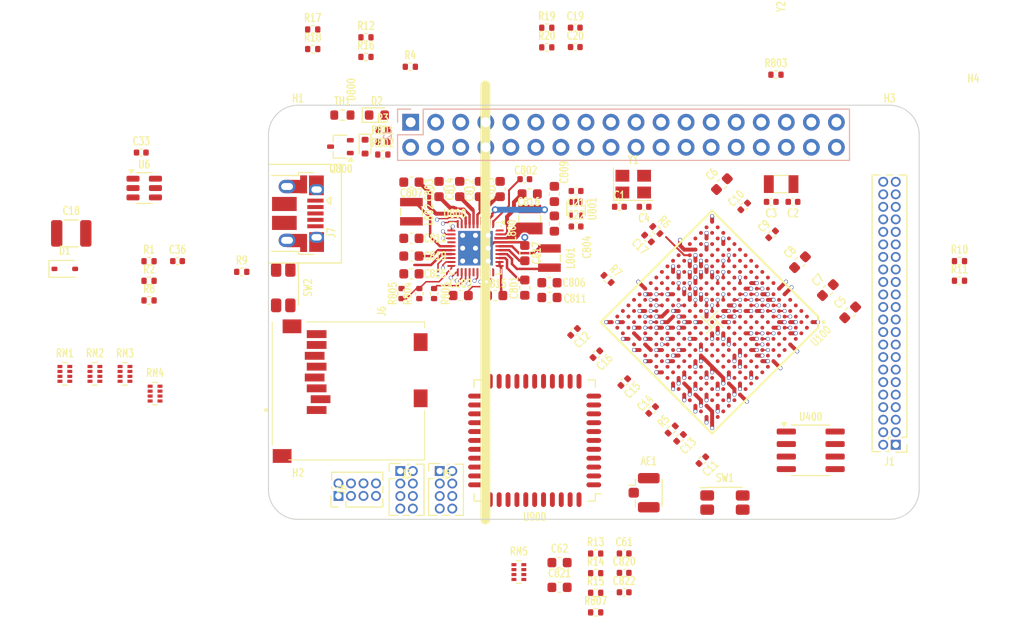
<source format=kicad_pcb>
(kicad_pcb (version 20241229) (generator "pcbnew") (generator_version "9.0")
  (layers (0 "F.Cu" signal) (4 "In1.Cu" power) (6 "In2.Cu" power) (2 "B.Cu" signal) (13 "F.Paste" user) (15 "B.Paste" user) (5 "F.SilkS" user "F.Silkscreen") (7 "B.SilkS" user "B.Silkscreen") (1 "F.Mask" user) (3 "B.Mask" user) (25 "Edge.Cuts" user))
  (net 0 "")
  (net 143 "/PMIC/sw1")
  (net 148 "GND")
  (net 149 "VDD_DDR_1V2")
  (net 150 "/cpu/hse_in")
  (net 151 "/cpu/lse_in")
  (net 152 "/cpu/lse_out")
  (net 153 "/cpu/hse_out")
  (net 154 "USB0-D+")
  (net 155 "USB0-D-")
  (net 156 "USB1-D+")
  (net 157 "USB1-D-")
  (net 158 "SHDN")
  (net 159 "WKUP")
  (net 160 "~{RST}")
  (net 163 "LCD-VSYNC")
  (net 164 "LCD-D22")
  (net 165 "MCI0-D0")
  (net 166 "LCD-DE")
  (net 167 "SPI0-CS0")
  (net 168 "SPI0-MISO")
  (net 169 "MCI0-D2")
  (net 170 "SPI0-MOSI")
  (net 171 "LCD-CLK")
  (net 172 "MCI0-VSEL")
  (net 173 "SPI0-CLK")
  (net 174 "MCI0-DET")
  (net 175 "LCD-HSYNC")
  (net 176 "MCI0-DC")
  (net 177 "LCD-PWM")
  (net 178 "MCI0-D3")
  (net 179 "LCD-D23")
  (net 180 "MCI0-CK")
  (net 181 "MCI0-D1")
  (net 182 "LCD-D21")
  (net 183 "MCI1-D2")
  (net 184 "MCI1-DC")
  (net 185 "MCI1-D0")
  (net 186 "MCI1-D1")
  (net 187 "MCI1-D3")
  (net 188 "MCI1-DET")
  (net 189 "MCI1-CK")
  (net 190 "VDD_3V3")
  (net 191 "Net-(U100F-ZQ)")
  (net 192 "VDD_CORE")
  (net 196 "RMII-TXEN")
  (net 197 "RMII-TX0")
  (net 198 "unconnected-(U100B-PB31-PadJ4)")
  (net 199 "RMII-MDIO")
  (net 200 "RMII-RXER")
  (net 201 "RMII-MDC")
  (net 203 "RMII-RXDV")
  (net 204 "unconnected-(U100B-PB13-PadC4)")
  (net 205 "unconnected-(U100B-PB29-PadJ3)")
  (net 207 "RMII-TXCK")
  (net 209 "RMII-RX1")
  (net 210 "RMII-RX0")
  (net 211 "RMII-TX1")
  (net 212 "LCD-D6")
  (net 214 "LCD-D15")
  (net 215 "LCD-D4")
  (net 216 "CAN0-TX")
  (net 217 "LCD-D11")
  (net 218 "LCD-D10")
  (net 219 "LCD-D12")
  (net 220 "unconnected-(U100C-PC8-PadP11)")
  (net 221 "LCD-D7")
  (net 222 "LCD-D2")
  (net 223 "LCD-D14")
  (net 225 "LCD-D20")
  (net 226 "LCD-D18")
  (net 227 "unconnected-(U100C-PC6-PadR15)")
  (net 228 "LCD-D19")
  (net 229 "unconnected-(U100C-PC3-PadT13)")
  (net 230 "LCD-D3")
  (net 231 "LCD-D5")
  (net 232 "CAN0-RX")
  (net 233 "unconnected-(U100C-PC0-PadT14)")
  (net 234 "LCD-D13")
  (net 235 "Net-(U100E-VBG)")
  (net 236 "/PMIC/sw2")
  (net 237 "Net-(U100F-VDDFUSE)")
  (net 238 "VIN")
  (net 239 "VDD_DRAM")
  (net 240 "IPS")
  (net 241 "/PMIC/ac_det")
  (net 242 "PMIC-IRQ")
  (net 243 "PON")
  (net 244 "~{PMIC_RST}")
  (net 245 "Net-(U800-REFBP)")
  (net 246 "/PMIC/sw3")
  (net 247 "Net-(U800-LBI)")
  (net 248 "Net-(U800-ISET)")
  (net 249 "unconnected-(U800-PWRHLD-Pad10)")
  (net 250 "+3V3")
  (net 251 "RSB-SDA")
  (net 253 "TOUCH-XL")
  (net 254 "TOUCH-XR")
  (net 255 "TOUCH-YU")
  (net 257 "+3V3_LDO")
  (net 258 "RSB-SCK")
  (net 259 "LCD_RESET")
  (net 262 "TOUCH-YD")
  (net 264 "LCD_BL")
  (net 266 "BAT_NTC")
  (net 267 "GPIO3")
  (net 268 "I2C-SCL")
  (net 269 "UART0-RX")
  (net 271 "SPI1-CLK")
  (net 272 "GPIO2")
  (net 273 "SPI1-MISO")
  (net 274 "GPIOA4")
  (net 275 "GPIOA1")
  (net 277 "GPIO1")
  (net 278 "SPI1-MOSI")
  (net 280 "GPIO4")
  (net 281 "UART0-TX")
  (net 282 "GPIOA2")
  (net 283 "UART1-RX")
  (net 284 "UART1-TX")
  (net 285 "I2C-SDA")
  (net 286 "GPIOA5")
  (net 287 "SPI-CS")
  (net 288 "UART2-TX")
  (net 289 "VBAT")
  (net 290 "BAT_GND")
  (net 291 "ACIN")
  (net 292 "UART2-RX")
  (net 293 "GPIOA3")
  (net 294 "RGMII-RX2")
  (net 295 "RGMII-RX3")
  (net 296 "RGMII-TX2")
  (net 297 "RGMII-TX3")
  (net 299 "USB2-D-")
  (net 300 "USB2-D+")
  (net 304 "LED_RED")
  (net 305 "Net-(D4-RK)")
  (net 306 "Net-(D4-GK)")
  (net 307 "Net-(J6-DAT2)")
  (net 308 "Net-(J6-DET_A)")
  (net 309 "Net-(J6-CLK)")
  (net 310 "Net-(J6-DAT1)")
  (net 311 "Net-(J6-DAT3{slash}CD)")
  (net 312 "Net-(J6-CMD)")
  (net 313 "Net-(J6-DAT0)")
  (net 314 "VBUS")
  (net 322 "Net-(D2-K)")
  (net 323 "PMIC-BTN")
  (net 324 "SPI-CLK")
  (net 326 "VDD-IO")
  (net 327 "SPI-MISO")
  (net 329 "SF-CS")
  (net 330 "SPI-MOSI")
  (net 331 "/IO/usb-a-")
  (net 332 "/IO/usb-a+")
  (net 333 "Net-(AE1-A)")
  (net 334 "SDC1-D2")
  (net 335 "WL_REG_ON")
  (net 336 "BT_DISABLE")
  (net 337 "SDC1-CLK")
  (net 338 "SDC1-D1")
  (net 339 "SDC1-D0")
  (net 340 "SDC1-D3")
  (net 341 "SDC1-CMD")
  (net 342 "WL_HOST_WAKE")
  (net 343 "AP_WAKE_BT")
  (net 344 "BT_WAKE_AP")
  (net 345 "LED_GREEN")
  (net 346 "LED_BLUE")
  (net 347 "Net-(D4-BK)")
  (net 348 "Net-(U800-~{STAT})")
  (net 350 "Net-(SW2-A)")
  (net 353 "PMIC-CHGLEV")
  (net 355 "PMC_AUX_PWR")
  (net 358 "PMIC-LBO")
  (net 359 "Net-(D1-K)")
  (net 360 "VDD_AUX2")
  (net 361 "VDD_AUX1")
  (net 362 "VDD_ANA")
  (net 363 "VDD_FUSE")
  (net 364 "Net-(C19-Pad1)")
  (net 365 "/PMIC/ddr_vref")
  (net 366 "Net-(U900-SDIO_CLK)")
  (footprint "Capacitor_SMD:C_0402_1005Metric" (layer "F.Cu") (at 151.081118 71.090455 45)
    (property "Reference" "C9")
    (property "Value" "220nF")
  )
  (footprint "Capacitor_SMD:C_0603_1608Metric" (layer "F.Cu") (at 126.5 67)
    (property "Reference" "C816")
    (property "Value" "4.7uF")
  )
  (footprint "Resistor_SMD:R_0402_1005Metric" (layer "F.Cu") (at 111.6 63)
    (property "Reference" "R802")
    (property "Value" "47k")
  )
  (footprint "Capacitor_SMD:C_0402_1005Metric" (layer "F.Cu") (at 90.78 73.81)
    (property "Reference" "C36")
    (property "Value" "1uF")
  )
  (footprint "Resistor_SMD:R_Array_Concave_4x0402" (layer "F.Cu") (at 79.35 85.25)
    (property "Reference" "RN1")
    (property "Value" "27")
  )
  (footprint "Capacitor_SMD:C_0603_1608Metric" (layer "F.Cu") (at 129 67 90)
    (property "Reference" "C809")
    (property "Value" "10uF")
  )
  (footprint "Capacitor_SMD:C_0402_1005Metric" (layer "F.Cu") (at 133.262027 83.252691 -135)
    (property "Reference" "C16")
    (property "Value" "220nF")
  )
  (footprint "Capacitor_SMD:C_0603_1608Metric" (layer "F.Cu") (at 117.3 66.5 90)
    (property "Reference" "C803")
    (property "Value" "4.7uF")
  )
  (footprint "Capacitor_SMD:C_0603_1608Metric" (layer "F.Cu") (at 129.525 104.39)
    (property "Reference" "C62")
    (property "Value" "4.7uF")
  )
  (footprint "Capacitor_SMD:C_0402_1005Metric" (layer "F.Cu") (at 87.1 62.8)
    (property "Reference" "C33")
    (property "Value" "100nF")
  )
  (footprint "Capacitor_SMD:C_0402_1005Metric" (layer "F.Cu") (at 136.08 107.4)
    (property "Reference" "C822")
    (property "Value" "100nF")
  )
  (footprint "Connector_PinHeader_1.27mm:PinHeader_2x04_P1.27mm_Vertical" (layer "F.Cu") (at 117.375 95.1)
    (property "Reference" "J5")
    (property "Value" "Conn_01x08")
  )
  (footprint "Resistor_SMD:R_Array_Concave_4x0402" (layer "F.Cu") (at 82.4 85.25)
    (property "Reference" "RN2")
    (property "Value" "27")
  )
  (footprint "MountingHole:MountingHole_2.7mm_M2.5" (layer "F.Cu") (at 171.5 57)
    (property "Reference" "H4")
    (property "Value" "MountingHole")
  )
  (footprint "Capacitor_SMD:C_0402_1005Metric" (layer "F.Cu") (at 153.2 67.8 180)
    (property "Reference" "C2")
    (property "Value" "12pF")
  )
  (footprint "Resistor_SMD:R_0402_1005Metric" (layer "F.Cu") (at 87.89 73.82)
    (property "Reference" "R1")
    (property "Value" "180")
  )
  (footprint "Capacitor_SMD:C_0603_1608Metric" (layer "F.Cu") (at 129 70 -90)
    (property "Reference" "C804")
    (property "Value" "10uF")
  )
  (footprint "Resistor_SMD:R_0402_1005Metric" (layer "F.Cu") (at 133.19 105.46)
    (property "Reference" "R14")
    (property "Value" "33k")
  )
  (footprint "Resistor_SMD:R_0402_1005Metric" (layer "F.Cu") (at 111.6 60.5)
    (property "Reference" "R3")
    (property "Value" "2.2k")
  )
  (footprint "Resistor_SMD:R_0402_1005Metric" (layer "F.Cu") (at 139.343146 70.66619 -45)
    (property "Reference" "R6")
    (property "Value" "5.62k")
  )
  (footprint "Inductor_SMD:L_Wuerth_MAPI-2510" (layer "F.Cu") (at 126.5 69.5 90)
    (property "Reference" "L800")
    (property "Value" "2.2uH")
  )
  (footprint "LED_SMD:LED_0603_1608Metric" (layer "F.Cu") (at 111 59)
    (property "Reference" "D2")
    (property "Value" "LED_Small")
  )
  (footprint "Package_SO:SOIC-8_3.9x4.9mm_P1.27mm" (layer "F.Cu") (at 155 93)
    (property "Reference" "U400")
    (property "Value" "AT25xxx")
  )
  (footprint "Resistor_SMD:R_0402_1005Metric" (layer "F.Cu") (at 133.19 109.44)
    (property "Reference" "R807")
    (property "Value" "24")
  )
  (footprint "Capacitor_SMD:C_0603_1608Metric" (layer "F.Cu") (at 126 76.5 -90)
    (property "Reference" "C801")
    (property "Value" "4.7uF")
  )
  (footprint "Resistor_SMD:R_0603_1608Metric" (layer "F.Cu") (at 107.5 59)
    (property "Reference" "TH1")
    (property "Value" "Thermistor_NTC")
  )
  (footprint "Inductor_SMD:L_Wuerth_MAPI-2510" (layer "F.Cu") (at 128.5 73.5 -90)
    (property "Reference" "L801")
    (property "Value" "2.2uH")
  )
  (footprint "Package_TO_SOT_SMD:SOT-553" (layer "F.Cu") (at 131.2 68.5 -90)
    (property "Reference" "U801")
    (property "Value" "TCR2EE12")
  )
  (footprint "Capacitor_SMD:C_0402_1005Metric" (layer "F.Cu") (at 130.999286 80.989949 -135)
    (property "Reference" "C12")
    (property "Value" "220nF")
  )
  (footprint "Package_TO_SOT_SMD:SOT-23-6" (layer "F.Cu") (at 87.4 66.4)
    (property "Reference" "U6")
    (property "Value" "USBLC6-2P6")
  )
  (footprint "Capacitor_SMD:C_0603_1608Metric" (layer "F.Cu") (at 156.737973 76.747309 45)
    (property "Reference" "C7")
    (property "Value" "10uF")
  )
  (footprint "MountingHole:MountingHole_2.7mm_M2.5" (layer "F.Cu") (at 103 61)
    (property "Reference" "H1")
    (property "Value" "MountingHole")
  )
  (footprint "Connector_PinHeader_1.27mm:PinHeader_2x22_P1.27mm_Vertical" (layer "F.Cu") (at 163.625 92.435408 180)
    (property "Reference" "J1")
    (property "Value" "Conn_02x22_Odd_Even")
  )
  (footprint "Capacitor_SMD:C_0402_1005Metric" (layer "F.Cu") (at 151 67.8 180)
    (property "Reference" "C3")
    (property "Value" "12pF")
  )
  (footprint "Capacitor_SMD:C_0603_1608Metric" (layer "F.Cu") (at 114.5 65.8 180)
    (property "Reference" "C807")
    (property "Value" "4.7uF")
  )
  (footprint "Resistor_SMD:R_0402_1005Metric" (layer "F.Cu") (at 133.19 107.45)
    (property "Reference" "R15")
    (property "Value" "33k")
  )
  (footprint "Capacitor_SMD:C_0603_1608Metric" (layer "F.Cu") (at 123 77.3 180)
    (property "Reference" "C815")
    (property "Value" "4.7uF")
  )
  (footprint "Capacitor_SMD:C_1210_3225Metric" (layer "F.Cu") (at 80 71)
    (property "Reference" "C18")
    (property "Value" "CPH3225")
  )
  (footprint "Resistor_SMD:R_0402_1005Metric" (layer "F.Cu") (at 114.39 54.1)
    (property "Reference" "R4")
    (property "Value" "47k")
  )
  (footprint "Resistor_SMD:R_0402_1005Metric" (layer "F.Cu") (at 151.475 54.905)
    (property "Reference" "R803")
    (property "Value" "47k")
  )
  (footprint "Connector_PinHeader_1.27mm:PinHeader_2x04_P1.27mm_Vertical" (layer "F.Cu") (at 113.375 95.1)
    (property "Reference" "J3")
    (property "Value" "Conn_01x08")
  )
  (footprint "Capacitor_SMD:C_0603_1608Metric" (layer "F.Cu") (at 126 73 90)
    (property "Reference" "C817")
    (property "Value" "4.7uF")
  )
  (footprint "Capacitor_SMD:C_0402_1005Metric" (layer "F.Cu") (at 138.918882 88.909545 -135)
    (property "Reference" "C14")
    (property "Value" "220nF")
  )
  (footprint "Capacitor_SMD:C_0603_1608Metric" (layer "F.Cu") (at 119.4 66.5 90)
    (property "Reference" "C814")
    (property "Value" "2.2uF")
  )
  (footprint "Diode_SMD:D_SOD-523" (layer "F.Cu") (at 109.8 62.2 -90)
    (property "Reference" "D800")
    (property "Value" "D_Schottky")
  )
  (footprint "Resistor_SMD:R_0402_1005Metric" (layer "F.Cu") (at 87.89 75.81)
    (property "Reference" "R2")
    (property "Value" "180")
  )
  (footprint "Resistor_SMD:R_0402_1005Metric" (layer "F.Cu") (at 116.8 77.1 -90)
    (property "Reference" "R806")
    (property "Value" "2.4k")
  )
  (footprint "Package_DFN_QFN:TQFN-40-1EP_5x5mm_P0.4mm_EP3.5x3.5mm_ThermalVias" (layer "F.Cu") (at 121 72.5 -90)
    (property "Reference" "U800")
    (property "Value" "ACT8945A")
  )
  (footprint "Capacitor_SMD:C_0402_1005Metric" (layer "F.Cu") (at 135.6 68.3)
    (property "Reference" "C1")
    (property "Value" "22pF")
  )
  (footprint "Capacitor_SMD:C_0603_1608Metric" (layer "F.Cu") (at 159.000714 79.010051 45)
    (property "Reference" "C5")
    (property "Value" "10uF")
  )
  (footprint "Resistor_SMD:R_0402_1005Metric" (layer "F.Cu") (at 133.19 103.47)
    (property "Reference" "R13")
    (property "Value" "33k")
  )
  (footprint "Capacitor_SMD:C_0603_1608Metric" (layer "F.Cu") (at 145.989949 65.999286 45)
    (property "Reference" "C6")
    (property "Value" "10uF")
  )
  (footprint "Button_Switch_SMD:SW_SPST_EVQP7C" (layer "F.Cu") (at 146.3 98.3)
    (property "Reference" "SW1")
    (property "Value" "SW_SPST")
  )
  (footprint "Resistor_SMD:R_0402_1005Metric" (layer "F.Cu") (at 109.89 53.1)
    (property "Reference" "R16")
    (property "Value" "47k")
  )
  (footprint "Capacitor_SMD:C_0402_1005Metric" (layer "F.Cu") (at 148.252691 68.262027 45)
    (property "Reference" "C10")
    (property "Value" "220nF")
  )
  (footprint "Resistor_SMD:R_0402_1005Metric" (layer "F.Cu") (at 113.5 77.1 -90)
    (property "Reference" "R805")
    (property "Value" "1.5M")
  )
  (footprint "Resistor_SMD:R_0402_1005Metric" (layer "F.Cu") (at 170.09 73.81)
    (property "Reference" "R10")
    (property "Value" "100k")
  )
  (footprint "Inductor_SMD:L_Wuerth_MAPI-2510" (layer "F.Cu") (at 114.5 68.8 -90)
    (property "Reference" "L802")
    (property "Value" "2.2uH")
  )
  (footprint "MountingHole:MountingHole_2.7mm_M2.5" (layer "F.Cu") (at 163 61)
    (property "Reference" "H3")
    (property "Value" "MountingHole")
  )
  (footprint "Capacitor_SMD:C_0603_1608Metric" (layer "F.Cu") (at 128.5 77.5 180)
    (property "Reference" "C811")
    (property "Value" "10uF")
  )
  (footprint "Capacitor_SMD:C_0603_1608Metric" (layer "F.Cu") (at 128.5 76 180)
    (property "Reference" "C806")
    (property "Value" "10uF")
  )
  (footprint "Resistor_SMD:R_0402_1005Metric" (layer "F.Cu") (at 97.29 74.9)
    (property "Reference" "R9")
    (property "Value" "50k")
  )
  (footprint "Diode_SMD:D_SOD-323" (layer "F.Cu") (at 79.345 74.6)
    (property "Reference" "D1")
    (property "Value" "D_Schottky_Small")
  )
  (footprint "Capacitor_SMD:C_0603_1608Metric" (layer "F.Cu") (at 153.909545 73.918882 45)
    (property "Reference" "C8")
    (property "Value" "10uF")
  )
  (footprint "Button_Switch_SMD:SW_SPST_EVQP7C" (layer "F.Cu") (at 101.5 76.5 -90)
    (property "Reference" "SW2")
    (property "Value" "SW_SPST")
  )
  (footprint "Capacitor_SMD:C_0603_1608Metric" (layer "F.Cu") (at 114.5 71.5)
    (property "Reference" "C810")
    (property "Value" "10uF")
  )
  (footprint "Capacitor_SMD:C_0402_1005Metric" (layer "F.Cu") (at 131.12 52.1)
    (property "Reference" "C20")
    (property "Value" "100nF")
  )
  (footprint "Resistor_SMD:R_0402_1005Metric" (layer "F.Cu") (at 128.23 52.13)
    (property "Reference" "R20")
    (property "Value" "2.2k")
  )
  (footprint "Resistor_SMD:R_0402_1005Metric" (layer "F.Cu") (at 140.898781 90.889444 45)
    (property "Reference" "R5")
    (property "Value" "240")
  )
  (footprint "Resistor_SMD:R_0402_1005Metric" (layer "F.Cu") (at 115.3 77.1 90)
    (property "Reference" "R804")
    (property "Value" "2.2M")
  )
  (footprint "Connector_PinHeader_1.27mm:PinHeader_2x04_P1.27mm_Vertical" (layer "F.Cu") (at 107.1 97.625 90)
    (property "Reference" "J4")
    (property "Value" "Conn_01x08")
  )
  (footprint "Crystal:Crystal_SMD_3225-4Pin_3.2x2.5mm" (layer "F.Cu") (at 137 66)
    (property "Reference" "Y1")
    (property "Value" "12MHz")
  )
  (footprint "Capacitor_SMD:C_0402_1005Metric" (layer "F.Cu") (at 131.12 50.13)
    (property "Reference" "C19")
    (property "Value" "100nF")
  )
  (footprint "Capacitor_SMD:C_0603_1608Metric" (layer "F.Cu") (at 119.5 77.3 180)
    (property "Reference" "C808")
    (property "Value" "10uF")
  )
  (footprint "Capacitor_SMD:C_0402_1005Metric" (layer "F.Cu") (at 136.08 103.46)
    (property "Reference" "C61")
    (property "Value" "100nF")
  )
  (footprint "Resistor_SMD:R_Array_Concave_4x0402" (layer "F.Cu") (at 125.4 105.35)
    (property "Reference" "RN5")
    (property "Value" "33k")
  )
  (footprint "Package_TO_SOT_SMD:SOT-323_SC-70" (layer "F.Cu") (at 107.3 62.2 180)
    (property "Reference" "Q800")
    (property "Value" "BSS84")
  )
  (footprint "Capacitor_SMD:C_0402_1005Metric" (layer "F.Cu") (at 136.08 105.43)
    (property "Reference" "C820")
    (property "Value" "100nF")
  )
  (footprint "Resistor_SMD:R_0402_1005Metric" (layer "F.Cu") (at 109.89 51.11)
    (property "Reference" "R12")
    (property "Value" "8.2k")
  )
  (footprint "Capacitor_SMD:C_0603_1608Metric" (layer "F.Cu") (at 114.5 73.3 180)
    (property "Reference" "C819")
    (property "Value" "4.7uF")
  )
  (footprint "Resistor_SMD:R_0402_1005Metric" (layer "F.Cu") (at 134.393398 75.615938 -45)
    (property "Reference" "R7")
    (property "Value" "0/dnp")
  )
  (footprint "Capacitor_SMD:C_0402_1005Metric" (layer "F.Cu") (at 136.090455 86.081118 -135)
    (property "Reference" "C15")
    (property "Value" "220nF")
  )
  (footprint "microchip:BGA361C80P19X19_1600X1600X120" (layer "F.Cu") (at 145 80 -135)
    (property "Reference" "U100")
    (property "Value" "ATSAMA5D27-LD2G" (hide yes))
  )
  (footprint "Capacitor_SMD:C_0402_1005Metric" (layer "F.Cu") (at 138.494618 71.514719 135)
    (property "Reference" "C17")
    (property "Value" "10pF")
  )
  (footprint "Crystal:Crystal_SMD_3215-2Pin_3.2x1.5mm" (layer "F.Cu") (at 152 66)
    (property "Reference" "Y2")
    (property "Value" "32.768kHz")
  )
  (footprint "Capacitor_SMD:C_0402_1005Metric" (layer "F.Cu") (at 131.2 70.3)
    (property "Reference" "C22")
    (property "Value" "1uF")
  )
  (footprint "gct:MEM20610118800A" (layer "F.Cu") (at 104.8875 81.215 -90)
    (property "Reference" "J6")
    (property "Value" "Micro_SD_Card_Det" (hide yes))
  )
  (footprint "Resistor_SMD:R_Array_Concave_4x0402" (layer "F.Cu") (at 88.5 87.25)
    (property "Reference" "RN4")
    (property "Value" "68k")
  )
  (footprint "Resistor_SMD:R_0402_1005Metric" (layer "F.Cu") (at 128.23 50.14)
    (property "Reference" "R19")
    (property "Value" "2.2k")
  )
  (footprint "Connector_Coaxial:U.FL_Hirose_U.FL-R-SMT-1_Vertical" (layer "F.Cu") (at 138.1 97.3)
    (property "Reference" "AE1")
    (property "Value" "Antenna_Shield")
  )
  (footprint "Resistor_SMD:R_0402_1005Metric" (layer "F.Cu") (at 87.89 77.8)
    (property "Reference" "R8")
    (property "Value" "180")
  )
  (footprint "Capacitor_SMD:C_0603_1608Metric" (layer "F.Cu") (at 114.5 75.1)
    (property "Reference" "C805")
    (property "Value" "10uF")
  )
  (footprint "Capacitor_SMD:C_0402_1005Metric" (layer "F.Cu") (at 141.747309 91.737973 -135)
    (property "Reference" "C13")
    (property "Value" "220nF")
  )
  (footprint "Capacitor_SMD:C_0402_1005Metric" (layer "F.Cu") (at 144.010051 94.000714 -135)
    (property "Reference" "C11")
    (property "Value" "220nF")
  )
  (footprint "Capacitor_SMD:C_0402_1005Metric" (layer "F.Cu") (at 126 65.5)
    (property "Reference" "C802")
    (property "Value" "47nF")
  )
  (footprint "Capacitor_SMD:C_0402_1005Metric" (layer "F.Cu") (at 138.1 68.3 180)
    (property "Reference" "C4")
    (property "Value" "22pF")
  )
  (footprint "MountingHole:MountingHole_2.7mm_M2.5" (layer "F.Cu") (at 103 97)
    (property "Reference" "H2")
    (property "Value" "MountingHole")
  )
  (footprint "Capacitor_SMD:C_0603_1608Metric" (layer "F.Cu") (at 123.5 66.5 90)
    (property "Reference" "C813")
    (property "Value" "4.7uF")
  )
  (footprint "Resistor_SMD:R_Array_Concave_4x0402" (layer "F.Cu") (at 85.45 85.25)
    (property "Reference" "RN3")
    (property "Value" "68k")
  )
  (footprint "Resistor_SMD:R_0402_1005Metric" (layer "F.Cu") (at 104.49 50.31)
    (property "Reference" "R17")
    (property "Value" "1.8k")
  )
  (footprint "Resistor_SMD:R_0402_1005Metric" (layer "F.Cu") (at 170.09 75.8)
    (property "Reference" "R11")
    (property "Value" "100k")
  )
  (footprint "Resistor_SMD:R_0402_1005Metric" (layer "F.Cu") (at 111.6 61.71)
    (property "Reference" "R801")
    (property "Value" "47k")
  )
  (footprint "Connector_USB:USB_Micro-B_Amphenol_10103594-0001LF_Horizontal" (layer "F.Cu") (at 103 69 -90)
    (property "Reference" "J7")
    (property "Value" "USB_B_Micro")
  )
  (footprint "Capacitor_SMD:C_0603_1608Metric" (layer "F.Cu") (at 129.525 106.9)
    (property "Reference" "C821")
    (property "Value" "4.7uF")
  )
  (footprint "sdio:lga44_12x12mm_P0.9" (layer "F.Cu") (at 127 92 180)
    (property "Reference" "U900")
    (property "Value" "RTL8723BS")
  )
  (footprint "Capacitor_SMD:C_0603_1608Metric" (layer "F.Cu") (at 121.4 66.5 90)
    (property "Reference" "C812")
    (property "Value" "4.7uF")
  )
  (footprint "Resistor_SMD:R_0402_1005Metric" (layer "F.Cu") (at 104.49 52.3)
    (property "Reference" "R18")
    (property "Value" "1.8k")
  )
  (footprint "Capacitor_SMD:C_0402_1005Metric" (layer "F.Cu") (at 131.2 66.7 180)
    (property "Reference" "C21")
    (property "Value" "1uF")
  )
  (footprint "Connector_PinHeader_2.54mm:PinHeader_2x18_P2.54mm_Vertical" (layer "B.Cu") (at 114.425 59.725 -90)
    (property "Reference" "J2")
    (property "Value" "Conn_02x18_Odd_Even")
  )
  (gr_line (start 107.4 74) (end 107.4 64) (stroke (width 0.127)) (layer "F.SilkS"))
  (gr_line (start 145.565685 80) (end 145 80.565685) (stroke (width 0.127)) (layer "F.SilkS"))
  (gr_line (start 107.4 64) (end 100 64) (stroke (width 0.127)) (layer "F.SilkS"))
  (gr_line (start 144.434315 80) (end 143.868629 79.434315) (stroke (width 0.127)) (layer "F.SilkS"))
  (gr_line (start 144.434315 80) (end 145 79.434315) (stroke (width 0.127)) (layer "F.SilkS"))
  (gr_line (start 122 56) (end 122 100) (stroke (width 1)) (layer "F.SilkS"))
  (gr_line (start 145 80.565685) (end 144.434315 81.131371) (stroke (width 0.127)) (layer "F.SilkS"))
  (gr_line (start 100 74) (end 107.4 74) (stroke (width 0.127)) (layer "F.SilkS"))
  (gr_line (start 145 80.565685) (end 144.434315 80) (stroke (width 0.127)) (layer "F.SilkS"))
  (gr_line (start 145 79.434315) (end 146.131371 80.565685) (stroke (width 0.127)) (layer "F.SilkS"))
  (gr_line (start 145 79.434315) (end 145.565685 78.868629) (stroke (width 0.127)) (layer "F.SilkS"))
  (gr_line (start 100 97) (end 100 61) (stroke (width 0.1)) (layer "Edge.Cuts"))
  (gr_arc (start 103 100) (mid 100.87868 99.12132) (end 100 97) (stroke (width 0.1)) (layer "Edge.Cuts"))
  (gr_arc (start 163 58) (mid 165.12132 58.87868) (end 166 61) (stroke (width 0.1)) (layer "Edge.Cuts"))
  (gr_arc (start 166 97) (mid 165.12132 99.12132) (end 163 100) (stroke (width 0.1)) (layer "Edge.Cuts"))
  (gr_line (start 166 61) (end 166 97) (stroke (width 0.1)) (layer "Edge.Cuts"))
  (gr_line (start 103 100) (end 163 100) (stroke (width 0.1)) (layer "Edge.Cuts"))
  (gr_arc (start 100 61) (mid 100.87868 58.87868) (end 103 58) (stroke (width 0.1)) (layer "Edge.Cuts"))
  (gr_line (start 103 58) (end 163 58) (stroke (width 0.1)) (layer "Edge.Cuts"))
  (segment (start 145 81.131371) (end 145 81.697056) (width 0.4) (layer "F.Cu") (net 148))
  (segment (start 143.868629 83.394113) (end 143.868629 83.959798) (width 0.4) (layer "F.Cu") (net 148))
  (segment (start 137.080404 81.131371) (end 137.646089 81.697056) (width 0.4) (layer "F.Cu") (net 148))
  (segment (start 143.302944 73.77746) (end 143.302944 73.211775) (width 0.4) (layer "F.Cu") (net 148))
  (segment (start 138.211775 76.605887) (end 137.504668 75.898781) (width 0.4) (layer "F.Cu") (net 148))
  (segment (start 146.697056 78.302944) (end 147.262742 78.302944) (width 0.4) (layer "F.Cu") (net 148))
  (segment (start 122.6 72.5625) (end 122.6 72.0375) (width 0.127) (layer "F.Cu") (net 148))
  (segment (start 150.091169 77.171573) (end 150.656854 77.171573) (width 0.4) (layer "F.Cu") (net 148))
  (segment (start 146.131371 85.656854) (end 146.131371 86.22254) (width 0.4) (layer "F.Cu") (net 148))
  (segment (start 125.675 71.9) (end 126 72.225) (width 0.25) (layer "F.Cu") (net 148))
  (segment (start 134.817662 80) (end 134.251977 80) (width 0.4) (layer "F.Cu") (net 148))
  (segment (start 126 72.225) (end 126 71.4) (width 0.25) (layer "F.Cu") (net 148))
  (segment (start 122.9 71.9) (end 122.3 72.5) (width 0.25) (layer "F.Cu") (net 148))
  (segment (start 148.959798 82.828427) (end 149.525483 82.828427) (width 0.4) (layer "F.Cu") (net 148))
  (segment (start 143.868629 80) (end 143.302944 80) (width 0.4) (layer "F.Cu") (net 148))
  (segment (start 141.605887 85.656854) (end 141.605887 86.22254) (width 0.4) (layer "F.Cu") (net 148))
  (segment (start 143.868629 77.737258) (end 143.868629 77.171573) (width 0.4) (layer "F.Cu") (net 148))
  (segment (start 145 89.050967) (end 145 90.182338) (width 0.4) (layer "F.Cu") (net 148))
  (segment (start 147.828427 87.353911) (end 148.535534 88.061017) (width 0.4) (layer "F.Cu") (net 148))
  (segment (start 148.394113 76.605887) (end 148.959798 76.605887) (width 0.4) (layer "F.Cu") (net 148))
  (segment (start 143.868629 75.474517) (end 143.868629 74.908831) (width 0.4) (layer "F.Cu") (net 148))
  (segment (start 150.091169 83.959798) (end 150.656854 83.959798) (width 0.4) (layer "F.Cu") (net 148))
  (segment (start 141.040202 77.171573) (end 140.474517 77.171573) (width 0.4) (layer "F.Cu") (net 148))
  (segment (start 143.868629 87.919596) (end 143.868629 88.485281) (width 0.4) (layer "F.Cu") (net 148))
  (segment (start 123.4375 71.9) (end 125.675 71.9) (width 0.25) (layer "F.Cu") (net 148))
  (segment (start 155.182338 80) (end 155.748023 80) (width 0.4) (layer "F.Cu") (net 148))
  (segment (start 145 69.817662) (end 145 69.251977) (width 0.4) (layer "F.Cu") (net 148))
  (segment (start 142.737258 75.474517) (end 142.737258 74.908831) (width 0.4) (layer "F.Cu") (net 148))
  (segment (start 152.353911 77.171573) (end 153.061017 76.464466) (width 0.4) (layer "F.Cu") (net 148))
  (segment (start 146.697056 81.697056) (end 146.697056 82.262742) (width 0.4) (layer "F.Cu") (net 148))
  (segment (start 147.262742 86.788225) (end 146.697056 86.22254) (width 0.4) (layer "F.Cu") (net 148))
  (segment (start 152.919596 82.262742) (end 153.626703 82.969848) (width 0.4) (layer "F.Cu") (net 148))
  (segment (start 139.908831 79.434315) (end 140.474517 78.868629) (width 0.4) (layer "F.Cu") (net 148))
  (segment (start 148.394113 81.131371) (end 148.959798 81.131371) (width 0.4) (layer "F.Cu") (net 148))
  (segment (start 149.525483 78.868629) (end 150.091169 78.868629) (width 0.4) (layer "F.Cu") (net 148))
  (segment (start 144.434315 72.646089) (end 144.434315 72.080404) (width 0.4) (layer "F.Cu") (net 148))
  (segment (start 142.737258 77.737258) (end 142.737258 77.171573) (width 0.4) (layer "F.Cu") (net 148))
  (segment (start 123.4375 71.9) (end 122.9 71.9) (width 0.25) (layer "F.Cu") (net 148))
  (segment (start 138.211775 82.262742) (end 138.77746 82.828427) (width 0.4) (layer "F.Cu") (net 148))
  (segment (start 145 84.525483) (end 145 85.091169) (width 0.4) (layer "F.Cu") (net 148))
  (segment (start 147.262742 86.788225) (end 147.262742 87.353911) (width 0.4) (layer "F.Cu") (net 148))
  (segment (start 142.171573 86.22254) (end 142.737258 86.788225) (width 0.4) (layer "F.Cu") (net 148))
  (segment (start 147.828427 82.828427) (end 147.828427 83.394113) (width 0.4) (layer "F.Cu") (net 148))
  (segment (start 145 75.474517) (end 145 74.908831) (width 0.4) (layer "F.Cu") (net 148))
  (segment (start 146.131371 72.080404) (end 146.131371 71.514719) (width 0.4) (layer "F.Cu") (net 148))
  (segment (start 141.040202 74.908831) (end 141.040202 74.343146) (width 0.4) (layer "F.Cu") (net 148))
  (segment (start 142.171573 79.434315) (end 141.605887 79.434315) (width 0.4) (layer "F.Cu") (net 148))
  (segment (start 141.040202 80.565685) (end 140.474517 80.565685) (width 0.4) (layer "F.Cu") (net 148))
  (segment (start 145 90.182338) (end 145 90.748023) (width 0.4) (layer "F.Cu") (net 148))
  (segment (start 140.474517 80) (end 139.908831 80) (width 0.4) (layer "F.Cu") (net 148))
  (segment (start 151.788225 80) (end 152.353911 80) (width 0.4) (layer "F.Cu") (net 148))
  (segment (start 141.040202 79.434315) (end 140.474517 80) (width 0.4) (layer "F.Cu") (net 148))
  (segment (start 142.737258 86.788225) (end 142.737258 87.353911) (width 0.4) (layer "F.Cu") (net 148))
  (segment (start 139.908831 79.434315) (end 139.343146 79.434315) (width 0.4) (layer "F.Cu") (net 148))
  (segment (start 146.131371 80) (end 146.697056 80) (width 0.4) (layer "F.Cu") (net 148))
  (segment (start 144.434315 88.485281) (end 145 89.050967) (width 0.4) (layer "F.Cu") (net 148))
  (segment (start 146.131371 85.656854) (end 143.868629 83.394113) (width 0.4) (layer "F.Cu") (net 148))
  (segment (start 142.171573 80.565685) (end 141.605887 80.565685) (width 0.4) (layer "F.Cu") (net 148))
  (segment (start 143.302944 87.353911) (end 143.868629 87.919596) (width 0.4) (layer "F.Cu") (net 148))
  (via (at 143.868629 83.959798) (size 0.4) (drill 0.3) (layers "F.Cu" "B.Cu") (net 148))
  (via (at 153.061017 76.464466) (size 0.4) (drill 0.3) (layers "F.Cu" "B.Cu") (net 148))
  (via (at 143.868629 74.908831) (size 0.4) (drill 0.3) (layers "F.Cu" "B.Cu") (net 148))
  (via (at 150.656854 77.171573) (size 0.4) (drill 0.3) (layers "F.Cu" "B.Cu") (net 148))
  (via (at 144.434315 72.080404) (size 0.4) (drill 0.3) (layers "F.Cu" "B.Cu") (net 148))
  (via (at 143.302944 80) (size 0.4) (drill 0.3) (layers "F.Cu" "B.Cu") (net 148))
  (via (at 147.262742 87.353911) (size 0.4) (drill 0.3) (layers "F.Cu" "B.Cu") (net 148))
  (via (at 147.262742 78.302944) (size 0.4) (drill 0.3) (layers "F.Cu" "B.Cu") (net 148))
  (via (at 141.605887 80.565685) (size 0.4) (drill 0.3) (layers "F.Cu" "B.Cu") (net 148))
  (via (at 145 81.697056) (size 0.4) (drill 0.3) (layers "F.Cu" "B.Cu") (net 148))
  (via (at 142.737258 74.908831) (size 0.4) (drill 0.3) (layers "F.Cu" "B.Cu") (net 148))
  (via (at 145 85.091169) (size 0.4) (drill 0.3) (layers "F.Cu" "B.Cu") (net 148))
  (via (at 141.040202 74.343146) (size 0.4) (drill 0.3) (layers "F.Cu" "B.Cu") (net 148))
  (via (at 139.908831 80) (size 0.4) (drill 0.3) (layers "F.Cu" "B.Cu") (net 148))
  (via (at 148.535534 88.061017) (size 0.4) (drill 0.3) (layers "F.Cu" "B.Cu") (net 148))
  (via (at 140.474517 80.565685) (size 0.4) (drill 0.3) (layers "F.Cu" "B.Cu") (net 148))
  (via (at 141.605887 86.22254) (size 0.4) (drill 0.3) (layers "F.Cu" "B.Cu") (net 148))
  (via (at 146.697056 80) (size 0.4) (drill 0.3) (layers "F.Cu" "B.Cu") (net 148))
  (via (at 155.748023 80) (size 0.4) (drill 0.3) (layers "F.Cu" "B.Cu") (net 148))
  (via (at 146.131371 86.22254) (size 0.4) (drill 0.3) (layers "F.Cu" "B.Cu") (net 148))
  (via (at 142.737258 77.171573) (size 0.4) (drill 0.3) (layers "F.Cu" "B.Cu") (net 148))
  (via (at 143.868629 88.485281) (size 0.4) (drill 0.3) (layers "F.Cu" "B.Cu") (net 148))
  (via (at 126 71.4) (size 0.7) (drill 0.4) (layers "F.Cu" "B.Cu") (net 148))
  (via (at 134.251977 80) (size 0.4) (drill 0.3) (layers "F.Cu" "B.Cu") (net 148))
  (via (at 148.959798 81.131371) (size 0.4) (drill 0.3) (layers "F.Cu" "B.Cu") (net 148))
  (via (at 146.131371 71.514719) (size 0.4) (drill 0.3) (layers "F.Cu" "B.Cu") (net 148))
  (via (at 150.091169 78.868629) (size 0.4) (drill 0.3) (layers "F.Cu" "B.Cu") (net 148))
  (via (at 137.504668 75.898781) (size 0.4) (drill 0.3) (layers "F.Cu" "B.Cu") (net 148))
  (via (at 146.697056 82.262742) (size 0.4) (drill 0.3) (layers "F.Cu" "B.Cu") (net 148))
  (via (at 152.353911 80) (size 0.4) (drill 0.3) (layers "F.Cu" "B.Cu") (net 148))
  (via (at 147.828427 83.394113) (size 0.4) (drill 0.3) (layers "F.Cu" "B.Cu") (net 148))
  (via (at 148.959798 76.605887) (size 0.4) (drill 0.3) (layers "F.Cu" "B.Cu") (net 148))
  (via (at 145 74.908831) (size 0.4) (drill 0.3) (layers "F.Cu" "B.Cu") (net 148))
  (via (at 150.656854 83.959798) (size 0.4) (drill 0.3) (layers "F.Cu" "B.Cu") (net 148))
  (via (at 143.868629 77.171573) (size 0.4) (drill 0.3) (layers "F.Cu" "B.Cu") (net 148))
  (via (at 140.474517 77.171573) (size 0.4) (drill 0.3) (layers "F.Cu" "B.Cu") (net 148))
  (via (at 153.626703 82.969848) (size 0.4) (drill 0.3) (layers "F.Cu" "B.Cu") (net 148))
  (via (at 139.343146 79.434315) (size 0.4) (drill 0.3) (layers "F.Cu" "B.Cu") (net 148))
  (via (at 145 90.748023) (size 0.4) (drill 0.3) (layers "F.Cu" "B.Cu") (net 148))
  (via (at 145 69.251977) (size 0.4) (drill 0.3) (layers "F.Cu" "B.Cu") (net 148))
  (via (at 149.525483 82.828427) (size 0.4) (drill 0.3) (layers "F.Cu" "B.Cu") (net 148))
  (via (at 143.302944 73.211775) (size 0.4) (drill 0.3) (layers "F.Cu" "B.Cu") (net 148))
  (via (at 141.605887 79.434315) (size 0.4) (drill 0.3) (layers "F.Cu" "B.Cu") (net 148))
  (via (at 142.737258 87.353911) (size 0.4) (drill 0.3) (layers "F.Cu" "B.Cu") (net 148))
  (segment (start 142.171573 85.091169) (end 142.171573 85.656854) (width 0.4) (layer "F.Cu") (net 149))
  (segment (start 141.040202 83.959798) (end 140.474517 83.959798) (width 0.4) (layer "F.Cu") (net 149))
  (segment (start 146.697056 87.353911) (end 146.697056 87.919596) (width 0.4) (layer "F.Cu") (net 149))
  (segment (start 142.171573 82.828427) (end 141.605887 82.828427) (width 0.4) (layer "F.Cu") (net 149))
  (segment (start 143.302944 86.22254) (end 143.302944 86.788225) (width 0.4) (layer "F.Cu") (net 149))
  (segment (start 144.434315 85.091169) (end 144.434315 85.656854) (width 0.4) (layer "F.Cu") (net 149))
  (segment (start 145.565685 88.485281) (end 145.565685 89.050967) (width 0.4) (layer "F.Cu") (net 149))
  (segment (start 146.697056 79.434315) (end 147.262742 79.434315) (width 0.4) (layer "F.Cu") (net 149))
  (segment (start 143.302944 83.959798) (end 143.302944 84.525483) (width 0.4) (layer "F.Cu") (net 149))
  (segment (start 141.040202 86.22254) (end 141.040202 86.788225) (width 0.4) (layer "F.Cu") (net 149))
  (segment (start 136.514719 81.697056) (end 135.949033 81.697056) (width 0.4) (layer "F.Cu") (net 149))
  (segment (start 143.302944 88.485281) (end 143.302944 89.050967) (width 0.4) (layer "F.Cu") (net 149))
  (segment (start 141.605887 78.868629) (end 141.040202 78.868629) (width 0.4) (layer "F.Cu") (net 149))
  (segment (start 138.77746 83.959798) (end 138.211775 83.959798) (width 0.4) (layer "F.Cu") (net 149))
  (segment (start 139.908831 85.091169) (end 139.343146 85.091169) (width 0.4) (layer "F.Cu") (net 149))
  (segment (start 142.171573 87.353911) (end 142.171573 87.919596) (width 0.4) (layer "F.Cu") (net 149))
  (segment (start 139.908831 82.828427) (end 139.343146 82.828427) (width 0.4) (layer "F.Cu") (net 149))
  (segment (start 137.646089 82.828427) (end 137.080404 82.828427) (width 0.4) (layer "F.Cu") (net 149))
  (segment (start 143.868629 82.262742) (end 143.868629 82.828427) (width 0.4) (layer "F.Cu") (net 149))
  (segment (start 144.434315 89.616652) (end 144.434315 90.182338) (width 0.4) (layer "F.Cu") (net 149))
  (segment (start 141.040202 81.697056) (end 140.474517 81.697056) (width 0.4) (layer "F.Cu") (net 149))
  (segment (start 137.646089 80.565685) (end 137.080404 80.565685) (width 0.4) (layer "F.Cu") (net 149))
  (segment (start 138.77746 81.697056) (end 138.211775 81.697056) (width 0.4) (layer "F.Cu") (net 149))
  (segment (start 147.262742 83.394113) (end 147.262742 83.959798) (width 0.4) (layer "F.Cu") (net 149))
  (segment (start 145.565685 86.22254) (end 145.565685 86.788225) (width 0.4) (layer "F.Cu") (net 149))
  (segment (start 139.908831 80.565685) (end 139.343146 80.565685) (width 0.4) (layer "F.Cu") (net 149))
  (segment (start 144.434315 79.434315) (end 144.434315 78.868629) (width 0.4) (layer "F.Cu") (net 149))
  (segment (start 144.434315 87.353911) (end 144.434315 87.919596) (width 0.4) (layer "F.Cu") (net 149))
  (segment (start 148.959798 81.697056) (end 149.525483 81.697056) (width 0.4) (layer "F.Cu") (net 149))
  (segment (start 146.131371 81.131371) (end 146.131371 81.697056) (width 0.4) (layer "F.Cu") (net 149))
  (via (at 135.949033 81.697056) (size 0.4) (drill 0.3) (layers "F.Cu" "B.Cu") (net 149))
  (via (at 149.525483 81.697056) (size 0.4) (drill 0.3) (layers "F.Cu" "B.Cu") (net 149))
  (via (at 137.080404 80.565685) (size 0.4) (drill 0.3) (layers "F.Cu" "B.Cu") (net 149))
  (via (at 143.302944 84.525483) (size 0.4) (drill 0.3) (layers "F.Cu" "B.Cu") (net 149))
  (via (at 141.040202 78.868629) (size 0.4) (drill 0.3) (layers "F.Cu" "B.Cu") (net 149))
  (via (at 144.434315 85.656854) (size 0.4) (drill 0.3) (layers "F.Cu" "B.Cu") (net 149))
  (via (at 147.262742 79.434315) (size 0.4) (drill 0.3) (layers "F.Cu" "B.Cu") (net 149))
  (via (at 147.262742 83.959798) (size 0.4) (drill 0.3) (layers "F.Cu" "B.Cu") (net 149))
  (via (at 141.605887 82.828427) (size 0.4) (drill 0.3) (layers "F.Cu" "B.Cu") (net 149))
  (via (at 140.474517 81.697056) (size 0.4) (drill 0.3) (layers "F.Cu" "B.Cu") (net 149))
  (via (at 142.171573 87.919596) (size 0.4) (drill 0.3) (layers "F.Cu" "B.Cu") (net 149))
  (via (at 137.080404 82.828427) (size 0.4) (drill 0.3) (layers "F.Cu" "B.Cu") (net 149))
  (via (at 139.343146 82.828427) (size 0.4) (drill 0.3) (layers "F.Cu" "B.Cu") (net 149))
  (via (at 139.343146 85.091169) (size 0.4) (drill 0.3) (layers "F.Cu" "B.Cu") (net 149))
  (via (at 144.434315 90.182338) (size 0.4) (drill 0.3) (layers "F.Cu" "B.Cu") (net 149))
  (via (at 140.474517 83.959798) (size 0.4) (drill 0.3) (layers "F.Cu" "B.Cu") (net 149))
  (via (at 145.565685 89.050967) (size 0.4) (drill 0.3) (layers "F.Cu" "B.Cu") (net 149))
  (via (at 141.040202 86.788225) (size 0.4) (drill 0.3) (layers "F.Cu" "B.Cu") (net 149))
  (via (at 146.131371 81.697056) (size 0.4) (drill 0.3) (layers "F.Cu" "B.Cu") (net 149))
  (via (at 144.434315 78.868629) (size 0.4) (drill 0.3) (layers "F.Cu" "B.Cu") (net 149))
  (via (at 138.211775 83.959798) (size 0.4) (drill 0.3) (layers "F.Cu" "B.Cu") (net 149))
  (via (at 139.343146 80.565685) (size 0.4) (drill 0.3) (layers "F.Cu" "B.Cu") (net 149))
  (via (at 143.302944 89.050967) (size 0.4) (drill 0.3) (layers "F.Cu" "B.Cu") (net 149))
  (via (at 142.171573 85.656854) (size 0.4) (drill 0.3) (layers "F.Cu" "B.Cu") (net 149))
  (via (at 146.697056 87.919596) (size 0.4) (drill 0.3) (layers "F.Cu" "B.Cu") (net 149))
  (via (at 145.565685 86.788225) (size 0.4) (drill 0.3) (layers "F.Cu" "B.Cu") (net 149))
  (via (at 143.302944 86.788225) (size 0.4) (drill 0.3) (layers "F.Cu" "B.Cu") (net 149))
  (via (at 138.211775 81.697056) (size 0.4) (drill 0.3) (layers "F.Cu" "B.Cu") (net 149))
  (via (at 144.434315 87.919596) (size 0.4) (drill 0.3) (layers "F.Cu" "B.Cu") (net 149))
  (via (at 143.868629 82.828427) (size 0.4) (drill 0.3) (layers "F.Cu" "B.Cu") (net 149))
  (segment (start 146.131371 74.343146) (end 146.131371 73.77746) (width 0.2) (layer "F.Cu") (net 158))
  (via (at 146.131371 73.77746) (size 0.4) (drill 0.3) (layers "F.Cu" "B.Cu") (net 158))
  (segment (start 150.091169 81.697056) (end 150.656854 81.697056) (width 0.2) (layer "F.Cu") (net 163))
  (via (at 150.656854 81.697056) (size 0.4) (drill 0.3) (layers "F.Cu" "B.Cu") (net 163))
  (segment (start 150.656854 81.131371) (end 151.22254 81.131371) (width 0.2) (layer "F.Cu") (net 164))
  (via (at 151.22254 81.131371) (size 0.4) (drill 0.3) (layers "F.Cu" "B.Cu") (net 164))
  (segment (start 149.525483 82.262742) (end 150.091169 82.262742) (width 0.2) (layer "F.Cu") (net 166))
  (via (at 150.091169 82.262742) (size 0.4) (drill 0.3) (layers "F.Cu" "B.Cu") (net 166))
  (segment (start 140.474517 82.262742) (end 139.908831 82.262742) (width 0.2) (layer "F.Cu") (net 167))
  (via (at 139.908831 82.262742) (size 0.4) (drill 0.3) (layers "F.Cu" "B.Cu") (net 167))
  (segment (start 147.262742 78.868629) (end 147.828427 78.868629) (width 0.2) (layer "F.Cu") (net 171))
  (via (at 147.828427 78.868629) (size 0.4) (drill 0.3) (layers "F.Cu" "B.Cu") (net 171))
  (segment (start 150.091169 82.828427) (end 150.656854 82.828427) (width 0.127) (layer "F.Cu") (net 175))
  (via (at 150.656854 82.828427) (size 0.4) (drill 0.3) (layers "F.Cu" "B.Cu") (net 175))
  (segment (start 142.737258 76.605887) (end 142.737258 76.040203) (width 0.2) (layer "F.Cu") (net 176))
  (segment (start 142.737258 76.040203) (end 142.737258 76.040202) (width 0.2) (layer "F.Cu") (net 176))
  (via (at 142.737258 76.040202) (size 0.4) (drill 0.3) (layers "F.Cu" "B.Cu") (net 176))
  (segment (start 148.394113 77.737258) (end 148.959798 77.737258) (width 0.2) (layer "F.Cu") (net 177))
  (via (at 148.959798 77.737258) (size 0.4) (drill 0.3) (layers "F.Cu" "B.Cu") (net 177))
  (segment (start 149.525483 81.131371) (end 150.091169 81.131371) (width 0.2) (layer "F.Cu") (net 179))
  (via (at 150.091169 81.131371) (size 0.4) (drill 0.3) (layers "F.Cu" "B.Cu") (net 179))
  (segment (start 147.828427 76.040202) (end 147.828427 75.474517) (width 0.2) (layer "F.Cu") (net 182))
  (via (at 147.828427 75.474517) (size 0.4) (drill 0.3) (layers "F.Cu" "B.Cu") (net 182))
  (segment (start 141.605887 76.605887) (end 141.605887 76.040202) (width 0.2) (layer "F.Cu") (net 183))
  (via (at 141.605887 76.040202) (size 0.4) (drill 0.3) (layers "F.Cu" "B.Cu") (net 183))
  (segment (start 139.343146 77.737258) (end 138.77746 77.737258) (width 0.2) (layer "F.Cu") (net 184))
  (via (at 138.77746 77.737258) (size 0.4) (drill 0.3) (layers "F.Cu" "B.Cu") (net 184))
  (segment (start 139.908831 77.171573) (end 139.343146 77.171573) (width 0.2) (layer "F.Cu") (net 188))
  (via (at 139.343146 77.171573) (size 0.4) (drill 0.3) (layers "F.Cu" "B.Cu") (net 188))
  (segment (start 142.171573 77.171573) (end 142.171573 76.605887) (width 0.4) (layer "F.Cu") (net 190))
  (segment (start 118.5625 73.1) (end 117.6 73.1) (width 0.25) (layer "F.Cu") (net 190))
  (segment (start 151.22254 80.565685) (end 151.788225 80.565685) (width 0.4) (layer "F.Cu") (net 190))
  (segment (start 150.656854 77.737258) (end 151.22254 77.737258) (width 0.4) (layer "F.Cu") (net 190))
  (segment (start 144.434315 74.908831) (end 144.434315 74.343146) (width 0.4) (layer "F.Cu") (net 190))
  (segment (start 152.919596 81.131371) (end 153.485281 81.131371) (width 0.4) (layer "F.Cu") (net 190))
  (segment (start 117.6 73.1) (end 116.5 74.2) (width 0.25) (layer "F.Cu") (net 190))
  (segment (start 138.77746 77.171573) (end 138.211775 77.171573) (width 0.4) (layer "F.Cu") (net 190))
  (segment (start 135.949033 80) (end 135.383348 80) (width 0.4) (layer "F.Cu") (net 190))
  (segment (start 151.22254 83.959798) (end 151.929646 84.666905) (width 0.4) (layer "F.Cu") (net 190))
  (segment (start 116.5 74.2) (end 114.8 74.2) (width 0.25) (layer "F.Cu") (net 190))
  (segment (start 143.302944 76.040202) (end 143.302944 75.474517) (width 0.4) (layer "F.Cu") (net 190))
  (segment (start 143.302944 74.908831) (end 143.302944 74.343146) (width 0.4) (layer "F.Cu") (net 190))
  (via (at 143.302944 75.474517) (size 0.4) (drill 0.3) (layers "F.Cu" "B.Cu") (net 190))
  (via (at 138.211775 77.171573) (size 0.4) (drill 0.3) (layers "F.Cu" "B.Cu") (net 190))
  (via (at 153.485281 81.131371) (size 0.4) (drill 0.3) (layers "F.Cu" "B.Cu") (net 190))
  (via (at 144.434315 74.343146) (size 0.4) (drill 0.3) (layers "F.Cu" "B.Cu") (net 190))
  (via (at 151.929646 84.666905) (size 0.4) (drill 0.3) (layers "F.Cu" "B.Cu") (net 190))
  (via (at 142.171573 76.605887) (size 0.4) (drill 0.3) (layers "F.Cu" "B.Cu") (net 190))
  (via (at 135.383348 80) (size 0.4) (drill 0.3) (layers "F.Cu" "B.Cu") (net 190))
  (via (at 151.788225 80.565685) (size 0.4) (drill 0.3) (layers "F.Cu" "B.Cu") (net 190))
  (via (at 143.302944 74.343146) (size 0.4) (drill 0.3) (layers "F.Cu" "B.Cu") (net 190))
  (via (at 151.22254 77.737258) (size 0.4) (drill 0.3) (layers "F.Cu" "B.Cu") (net 190))
  (segment (start 143.302944 72.646089) (end 142.171573 72.646089) (width 0.4) (layer "F.Cu") (net 192))
  (segment (start 128.375 74.6) (end 128.5 74.475) (width 0.25) (layer "F.Cu") (net 192))
  (segment (start 149.525483 83.394113) (end 150.091169 83.394113) (width 0.4) (layer "F.Cu") (net 192))
  (segment (start 124.7 74.1) (end 125.2 74.6) (width 0.25) (layer "F.Cu") (net 192))
  (segment (start 142.737258 74.343146) (end 142.737258 73.77746) (width 0.4) (layer "F.Cu") (net 192))
  (segment (start 124.2 73.1) (end 124.7 73.6) (width 0.25) (layer "F.Cu") (net 192))
  (segment (start 142.171573 72.646089) (end 141.747309 72.221825) (width 0.4) (layer "F.Cu") (net 192))
  (segment (start 124.7 73.6) (end 124.7 74.1) (width 0.25) (layer "F.Cu") (net 192))
  (segment (start 143.868629 74.343146) (end 143.868629 73.77746) (width 0.4) (layer "F.Cu") (net 192))
  (segment (start 125.2 74.6) (end 128.375 74.6) (width 0.25) (layer "F.Cu") (net 192))
  (segment (start 141.605887 75.474517) (end 141.605887 74.908831) (width 0.4) (layer "F.Cu") (net 192))
  (segment (start 143.302944 77.171573) (end 143.302944 76.605887) (width 0.4) (layer "F.Cu") (net 192))
  (segment (start 152.919596 80) (end 153.485281 80) (width 0.4) (layer "F.Cu") (net 192))
  (segment (start 148.959798 76.040202) (end 149.525483 76.040202) (width 0.4) (layer "F.Cu") (net 192))
  (segment (start 123.4375 73.1) (end 124.2 73.1) (width 0.25) (layer "F.Cu") (net 192))
  (segment (start 141.747309 72.221825) (end 141.747309 71.65614) (width 0.4) (layer "F.Cu") (net 192))
  (segment (start 146.131371 78.868629) (end 146.697056 78.868629) (width 0.4) (layer "F.Cu") (net 192))
  (via (at 143.302944 76.605887) (size 0.4) (drill 0.3) (layers "F.Cu" "B.Cu") (net 192))
  (via (at 150.091169 83.394113) (size 0.4) (drill 0.3) (layers "F.Cu" "B.Cu") (net 192))
  (via (at 143.868629 73.77746) (size 0.4) (drill 0.3) (layers "F.Cu" "B.Cu") (net 192))
  (via (at 142.737258 73.77746) (size 0.4) (drill 0.3) (layers "F.Cu" "B.Cu") (net 192))
  (via (at 141.747309 71.65614) (size 0.4) (drill 0.3) (layers "F.Cu" "B.Cu") (net 192))
  (via (at 153.485281 80) (size 0.4) (drill 0.3) (layers "F.Cu" "B.Cu") (net 192))
  (via (at 149.525483 76.040202) (size 0.4) (drill 0.3) (layers "F.Cu" "B.Cu") (net 192))
  (via (at 146.697056 78.868629) (size 0.4) (drill 0.3) (layers "F.Cu" "B.Cu") (net 192))
  (via (at 141.605887 74.908831) (size 0.4) (drill 0.3) (layers "F.Cu" "B.Cu") (net 192))
  (segment (start 149.525483 77.737258) (end 150.091169 77.737258) (width 0.2) (layer "F.Cu") (net 196))
  (via (at 150.091169 77.737258) (size 0.4) (drill 0.3) (layers "F.Cu" "B.Cu") (net 196))
  (segment (start 148.959798 77.171573) (end 149.525483 77.171573) (width 0.2) (layer "F.Cu") (net 198))
  (via (at 149.525483 77.171573) (size 0.4) (drill 0.3) (layers "F.Cu" "B.Cu") (net 198))
  (segment (start 151.22254 79.434315) (end 151.788225 79.434315) (width 0.2) (layer "F.Cu") (net 201))
  (via (at 151.788225 79.434315) (size 0.4) (drill 0.3) (layers "F.Cu" "B.Cu") (net 201))
  (segment (start 152.353911 80.565685) (end 152.919596 80.565685) (width 0.2) (layer "F.Cu") (net 204))
  (via (at 152.919596 80.565685) (size 0.4) (drill 0.3) (layers "F.Cu" "B.Cu") (net 204))
  (segment (start 149.525483 76.605887) (end 150.091169 76.605887) (width 0.2) (layer "F.Cu") (net 205))
  (via (at 150.091169 76.605887) (size 0.4) (drill 0.3) (layers "F.Cu" "B.Cu") (net 205))
  (segment (start 150.091169 78.302944) (end 150.656854 78.302944) (width 0.2) (layer "F.Cu") (net 207))
  (via (at 150.656854 78.302944) (size 0.4) (drill 0.3) (layers "F.Cu" "B.Cu") (net 207))
  (segment (start 150.656854 78.868629) (end 151.22254 78.868629) (width 0.2) (layer "F.Cu") (net 209))
  (via (at 151.22254 78.868629) (size 0.4) (drill 0.3) (layers "F.Cu" "B.Cu") (net 209))
  (segment (start 152.353911 79.434315) (end 152.919596 79.434315) (width 0.2) (layer "F.Cu") (net 210))
  (via (at 152.919596 79.434315) (size 0.4) (drill 0.3) (layers "F.Cu" "B.Cu") (net 210))
  (segment (start 151.22254 78.302944) (end 151.788225 78.302944) (width 0.2) (layer "F.Cu") (net 211))
  (via (at 151.788225 78.302944) (size 0.4) (drill 0.3) (layers "F.Cu" "B.Cu") (net 211))
  (segment (start 147.262742 77.737258) (end 147.828427 77.737258) (width 0.2) (layer "F.Cu") (net 212))
  (via (at 147.828427 77.737258) (size 0.4) (drill 0.3) (layers "F.Cu" "B.Cu") (net 212))
  (segment (start 151.788225 78.868629) (end 152.353911 78.868629) (width 0.2) (layer "F.Cu") (net 214))
  (via (at 152.353911 78.868629) (size 0.4) (drill 0.3) (layers "F.Cu" "B.Cu") (net 214))
  (segment (start 138.77746 80.565685) (end 138.211775 80.565685) (width 0.2) (layer "F.Cu") (net 216))
  (via (at 138.211775 80.565685) (size 0.4) (drill 0.3) (layers "F.Cu" "B.Cu") (net 216))
  (segment (start 146.13137 79.434315) (end 146.131371 79.434315) (width 0.127) (layer "F.Cu") (net 218))
  (segment (start 145.565685 79.434315) (end 146.13137 79.434315) (width 0.127) (layer "F.Cu") (net 218))
  (via (at 146.131371 79.434315) (size 0.4) (drill 0.3) (layers "F.Cu" "B.Cu") (net 218))
  (segment (start 145 78.868629) (end 145 78.302944) (width 0.2) (layer "F.Cu") (net 219))
  (via (at 145 78.302944) (size 0.4) (drill 0.3) (layers "F.Cu" "B.Cu") (net 219))
  (segment (start 142.171573 78.302944) (end 141.605887 78.302944) (width 0.2) (layer "F.Cu") (net 220))
  (via (at 141.605887 78.302944) (size 0.4) (drill 0.3) (layers "F.Cu" "B.Cu") (net 220))
  (segment (start 147.828427 77.171573) (end 148.394113 77.171573) (width 0.2) (layer "F.Cu") (net 222))
  (via (at 148.394113 77.171573) (size 0.4) (drill 0.3) (layers "F.Cu" "B.Cu") (net 222))
  (segment (start 145.565685 78.302944) (end 145.565685 77.737258) (width 0.2) (layer "F.Cu") (net 223))
  (via (at 145.565685 77.737258) (size 0.4) (drill 0.3) (layers "F.Cu" "B.Cu") (net 223))
  (segment (start 139.343146 80) (end 138.77746 80) (width 0.2) (layer "F.Cu") (net 227))
  (via (at 138.77746 80) (size 0.4) (drill 0.3) (layers "F.Cu" "B.Cu") (net 227))
  (segment (start 146.131371 77.737258) (end 146.131371 77.171573) (width 0.2) (layer "F.Cu") (net 228))
  (via (at 146.131371 77.171573) (size 0.4) (drill 0.3) (layers "F.Cu" "B.Cu") (net 228))
  (segment (start 139.908831 78.302944) (end 139.343146 78.302944) (width 0.2) (layer "F.Cu") (net 229))
  (via (at 139.343146 78.302944) (size 0.4) (drill 0.3) (layers "F.Cu" "B.Cu") (net 229))
  (segment (start 138.77746 79.434315) (end 138.211775 79.434315) (width 0.2) (layer "F.Cu") (net 232))
  (via (at 138.211775 79.434315) (size 0.4) (drill 0.3) (layers "F.Cu" "B.Cu") (net 232))
  (segment (start 139.343146 78.868629) (end 138.77746 78.868629) (width 0.2) (layer "F.Cu") (net 233))
  (via (at 138.77746 78.868629) (size 0.4) (drill 0.3) (layers "F.Cu" "B.Cu") (net 233))
  (segment (start 142.737258 73.211775) (end 142.16931 73.211775) (width 0.2) (layer "F.Cu") (net 235))
  (segment (start 141.463335 72.505799) (end 140.333095 71.37556) (width 0.2) (layer "F.Cu") (net 235))
  (segment (start 142.16931 73.211775) (end 141.463335 72.505799) (width 0.2) (layer "F.Cu") (net 235))
  (segment (start 140.333095 71.37556) (end 140.333095 71.373297) (width 0.2) (layer "F.Cu") (net 235))
  (segment (start 126.9 73) (end 127.375 72.525) (width 0.25) (layer "F.Cu") (net 236))
  (segment (start 124.7 72.3) (end 125.4 73) (width 0.25) (layer "F.Cu") (net 236))
  (segment (start 127.375 72.525) (end 128.5 72.525) (width 0.25) (layer "F.Cu") (net 236))
  (segment (start 123.4375 72.3) (end 124.7 72.3) (width 0.25) (layer "F.Cu") (net 236))
  (segment (start 125.4 73) (end 126.9 73) (width 0.25) (layer "F.Cu") (net 236))
  (segment (start 138.211775 78.868629) (end 137.646089 78.868629) (width 0.4) (layer "F.Cu") (net 237))
  (via (at 137.646089 78.868629) (size 0.4) (drill 0.3) (layers "F.Cu" "B.Cu") (net 237))
  (segment (start 124.2 73.7) (end 124.2 74.5) (width 0.25) (layer "F.Cu") (net 238))
  (segment (start 124.2 74.5) (end 125.425 75.725) (width 0.25) (layer "F.Cu") (net 238))
  (segment (start 124 73.5) (end 124.2 73.7) (width 0.25) (layer "F.Cu") (net 238))
  (segment (start 125.425 75.725) (end 126 75.725) (width 0.25) (layer "F.Cu") (net 238))
  (segment (start 123.4375 73.5) (end 124 73.5) (width 0.25) (layer "F.Cu") (net 238))
  (segment (start 122.4 69.5) (end 122.4 70.0625) (width 0.25) (layer "F.Cu") (net 239))
  (segment (start 126.575 68.6) (end 126.5 68.525) (width 0.6) (layer "F.Cu") (net 239))
  (segment (start 128 68.6) (end 126.575 68.6) (width 0.6) (layer "F.Cu") (net 239))
  (segment (start 123 68.7) (end 122.7 69) (width 0.25) (layer "F.Cu") (net 239))
  (segment (start 122.7 69) (end 122.7 69.2) (width 0.25) (layer "F.Cu") (net 239))
  (segment (start 146.697056 85.091169) (end 146.697056 85.656854) (width 0.4) (layer "F.Cu") (net 239))
  (segment (start 143.302944 81.697056) (end 142.737258 81.697056) (width 0.4) (layer "F.Cu") (net 239))
  (segment (start 122.7 69.2) (end 122.4 69.5) (width 0.25) (layer "F.Cu") (net 239))
  (segment (start 141.605887 83.394113) (end 141.040202 83.394113) (width 0.4) (layer "F.Cu") (net 239))
  (segment (start 147.828427 86.22254) (end 147.828427 86.788225) (width 0.4) (layer "F.Cu") (net 239))
  (segment (start 148.959798 85.091169) (end 148.959798 85.656854) (width 0.4) (layer "F.Cu") (net 239))
  (segment (start 123 68.6) (end 123 68.7) (width 0.25) (layer "F.Cu") (net 239))
  (segment (start 147.828427 83.959798) (end 147.828427 84.525483) (width 0.4) (layer "F.Cu") (net 239))
  (via (at 148.959798 85.656854) (size 0.4) (drill 0.3) (layers "F.Cu" "B.Cu") (net 239))
  (via (at 123 68.6) (size 0.7) (drill 0.4) (layers "F.Cu" "B.Cu") (net 239))
  (via (at 141.040202 83.394113) (size 0.4) (drill 0.3) (layers "F.Cu" "B.Cu") (net 239))
  (via (at 147.828427 84.525483) (size 0.4) (drill 0.3) (layers "F.Cu" "B.Cu") (net 239))
  (via (at 146.697056 85.656854) (size 0.4) (drill 0.3) (layers "F.Cu" "B.Cu") (net 239))
  (via (at 142.737258 81.697056) (size 0.4) (drill 0.3) (layers "F.Cu" "B.Cu") (net 239))
  (via (at 147.828427 86.788225) (size 0.4) (drill 0.3) (layers "F.Cu" "B.Cu") (net 239))
  (via (at 128 68.6) (size 0.7) (drill 0.4) (layers "F.Cu" "B.Cu") (net 239))
  (segment (start 123 68.6) (end 128 68.6) (width 0.6) (layer "B.Cu") (net 239))
  (segment (start 118.5625 72.7) (end 117.2 72.7) (width 0.25) (layer "F.Cu") (net 240))
  (segment (start 116.6 73.3) (end 115.275 73.3) (width 0.25) (layer "F.Cu") (net 240))
  (segment (start 123.4375 72.7) (end 124.4 72.7) (width 0.25) (layer "F.Cu") (net 240))
  (segment (start 119.4 67.3) (end 119.4 67.275) (width 0.4) (layer "F.Cu") (net 240))
  (segment (start 123.4375 73.9) (end 123.4375 74.3) (width 0.25) (layer "F.Cu") (net 240))
  (segment (start 124.9 68.6) (end 124.9 67.825) (width 0.4) (layer "F.Cu") (net 240))
  (segment (start 120.8 70.0625) (end 120.8 68.9) (width 0.25) (layer "F.Cu") (net 240))
  (segment (start 117.2 72.7) (end 116.6 73.3) (width 0.25) (layer "F.Cu") (net 240))
  (segment (start 123.6 74.4625) (end 123.6 77.125) (width 0.25) (layer "F.Cu") (net 240))
  (segment (start 124.2 69.3) (end 124.9 68.6) (width 0.4) (layer "F.Cu") (net 240))
  (segment (start 125.475 73.775) (end 126 73.775) (width 0.25) (layer "F.Cu") (net 240))
  (segment (start 124.9 67.825) (end 125.725 67) (width 0.4) (layer "F.Cu") (net 240))
  (segment (start 124 71.1) (end 124.2 70.9) (width 0.2) (layer "F.Cu") (net 240))
  (segment (start 124.2 70) (end 124.2 69.3) (width 0.4) (layer "F.Cu") (net 240))
  (segment (start 124.4 72.7) (end 125.475 73.775) (width 0.25) (layer "F.Cu") (net 240))
  (segment (start 123.4375 71.1) (end 124 71.1) (width 0.2) (layer "F.Cu") (net 240))
  (segment (start 124.2 70.9) (end 124.2 70) (width 0.2) (layer "F.Cu") (net 240))
  (segment (start 120.7 68.6) (end 119.4 67.3) (width 0.4) (layer "F.Cu") (net 240))
  (segment (start 123.4375 74.3) (end 123.6 74.4625) (width 0.25) (layer "F.Cu") (net 240))
  (segment (start 123.6 77.125) (end 123.775 77.3) (width 0.25) (layer "F.Cu") (net 240))
  (segment (start 120.8 68.7) (end 120.7 68.6) (width 0.25) (layer "F.Cu") (net 240))
  (segment (start 120.8 68.9) (end 120.8 68.7) (width 0.25) (layer "F.Cu") (net 240))
  (segment (start 119.0625 74.9375) (end 118.5 75.5) (width 0.154) (layer "F.Cu") (net 241))
  (segment (start 119.2 74.9375) (end 119.0625 74.9375) (width 0.154) (layer "F.Cu") (net 241))
  (via (at 118.5 75.5) (size 0.4) (drill 0.3) (layers "F.Cu" "B.Cu") (net 241))
  (segment (start 118.5625 71.1) (end 118 71.1) (width 0.145) (layer "F.Cu") (net 242))
  (segment (start 118 71.1) (end 117.7 70.8) (width 0.145) (layer "F.Cu") (net 242))
  (via (at 117.7 70.8) (size 0.4) (drill 0.3) (layers "F.Cu" "B.Cu") (net 242))
  (segment (start 118.2 69.5) (end 117.2 69.5) (width 0.127) (layer "F.Cu") (net 243))
  (segment (start 119.6 70.0625) (end 119.6 69.6) (width 0.127) (layer "F.Cu") (net 243))
  (segment (start 118.3 69.4) (end 118.2 69.5) (width 0.127) (layer "F.Cu") (net 243))
  (segment (start 117.2 69.5) (end 117.1 69.6) (width 0.127) (layer "F.Cu") (net 243))
  (segment (start 119.6 69.6) (end 119.4 69.4) (width 0.127) (layer "F.Cu") (net 243))
  (segment (start 119.4 69.4) (end 118.4 69.4) (width 0.127) (layer "F.Cu") (net 243))
  (segment (start 118.4 69.4) (end 118.3 69.4) (width 0.127) (layer "F.Cu") (net 243))
  (via (at 117.1 69.6) (size 0.4) (drill 0.3) (layers "F.Cu" "B.Cu") (net 243))
  (segment (start 118.5625 70.7) (end 118.5625 70.4375) (width 0.145) (layer "F.Cu") (net 244))
  (segment (start 118.5625 70.4375) (end 118.7 70.3) (width 0.145) (layer "F.Cu") (net 244))
  (via (at 118.7 70.3) (size 0.4) (drill 0.3) (layers "F.Cu" "B.Cu") (net 244))
  (segment (start 124.4 66.62) (end 125.52 65.5) (width 0.2) (layer "F.Cu") (net 245))
  (segment (start 124.4 68.2) (end 124.4 66.62) (width 0.2) (layer "F.Cu") (net 245))
  (segment (start 122.8 70.0625) (end 122.8 69.8) (width 0.2) (layer "F.Cu") (net 245))
  (segment (start 122.8 69.8) (end 124.4 68.2) (width 0.2) (layer "F.Cu") (net 245))
  (segment (start 114.825 67.825) (end 114.5 67.825) (width 0.25) (layer "F.Cu") (net 246))
  (segment (start 117.4 72.3) (end 116.4 71.3) (width 0.25) (layer "F.Cu") (net 246))
  (segment (start 118.5625 72.3) (end 117.4 72.3) (width 0.25) (layer "F.Cu") (net 246))
  (segment (start 116.4 71.3) (end 116.4 69.4) (width 0.25) (layer "F.Cu") (net 246))
  (segment (start 116.4 69.4) (end 114.825 67.825) (width 0.25) (layer "F.Cu") (net 246))
  (segment (start 115.3 76.590001) (end 115.990001 75.9) (width 0.154) (layer "F.Cu") (net 247))
  (segment (start 118.5625 74.5375) (end 118.1 75) (width 0.154) (layer "F.Cu") (net 247))
  (segment (start 117.3 75.9) (end 118.1 75.1) (width 0.154) (layer "F.Cu") (net 247))
  (segment (start 118.1 75.1) (end 118.1 75) (width 0.154) (layer "F.Cu") (net 247))
  (segment (start 118.5625 74.3) (end 118.5625 74.5375) (width 0.154) (layer "F.Cu") (net 247))
  (segment (start 113.5 77.609999) (end 113.990001 77.609999) (width 0.154) (layer "F.Cu") (net 247))
  (segment (start 115.990001 75.9) (end 117.3 75.9) (width 0.154) (layer "F.Cu") (net 247))
  (segment (start 115.009999 76.590001) (end 115.3 76.590001) (width 0.154) (layer "F.Cu") (net 247))
  (segment (start 113.990001 77.609999) (end 115.009999 76.590001) (width 0.154) (layer "F.Cu") (net 247))
  (segment (start 120 75.6) (end 119.3 76.3) (width 0.154) (layer "F.Cu") (net 248))
  (segment (start 120 74.9375) (end 120 75.6) (width 0.154) (layer "F.Cu") (net 248))
  (segment (start 119.3 76.3) (end 117.090001 76.3) (width 0.154) (layer "F.Cu") (net 248))
  (segment (start 117.090001 76.3) (end 116.8 76.590001) (width 0.154) (layer "F.Cu") (net 248))
  (segment (start 118.3 69.8) (end 118.2 69.9) (width 0.145) (layer "F.Cu") (net 249))
  (segment (start 119.2 70.0625) (end 119.2 69.9) (width 0.145) (layer "F.Cu") (net 249))
  (segment (start 118.2 69.9) (end 117.8 69.9) (width 0.145) (layer "F.Cu") (net 249))
  (segment (start 119.2 69.9) (end 119.1 69.8) (width 0.145) (layer "F.Cu") (net 249))
  (segment (start 117.8 69.9) (end 117.7 70) (width 0.145) (layer "F.Cu") (net 249))
  (segment (start 119.1 69.8) (end 118.3 69.8) (width 0.145) (layer "F.Cu") (net 249))
  (via (at 117.7 70) (size 0.4) (drill 0.3) (layers "F.Cu" "B.Cu") (net 249))
  (segment (start 120.4 76) (end 120.3 76.1) (width 0.154) (layer "F.Cu") (net 266))
  (segment (start 120.4 74.9375) (end 120.4 76) (width 0.154) (layer "F.Cu") (net 266))
  (via (at 120.3 76.1) (size 0.4) (drill 0.3) (layers "F.Cu" "B.Cu") (net 266))
  (segment (start 121.2 74.9375) (end 121.2 75.5) (width 0.154) (layer "F.Cu") (net 268))
  (segment (start 143.302944 78.302944) (end 143.302944 77.737258) (width 0.2) (layer "F.Cu") (net 268))
  (segment (start 121.2 75.5) (end 120.9 75.8) (width 0.154) (layer "F.Cu") (net 268))
  (via (at 143.302944 77.737258) (size 0.4) (drill 0.3) (layers "F.Cu" "B.Cu") (net 268))
  (via (at 120.9 75.8) (size 0.4) (drill 0.3) (layers "F.Cu" "B.Cu") (net 268))
  (segment (start 146.131371 75.474517) (end 146.131371 74.908831) (width 0.2) (layer "F.Cu") (net 273))
  (via (at 146.131371 74.908831) (size 0.4) (drill 0.3) (layers "F.Cu" "B.Cu") (net 273))
  (segment (start 145.565685 76.040202) (end 145.565685 75.474517) (width 0.2) (layer "F.Cu") (net 274))
  (via (at 145.565685 75.474517) (size 0.4) (drill 0.3) (layers "F.Cu" "B.Cu") (net 274))
  (segment (start 148.959798 78.302944) (end 149.525483 78.302944) (width 0.2) (layer "F.Cu") (net 281))
  (via (at 149.525483 78.302944) (size 0.4) (drill 0.3) (layers "F.Cu" "B.Cu") (net 281))
  (segment (start 121.6 74.9375) (end 121.6 75.8) (width 0.154) (layer "F.Cu") (net 285))
  (segment (start 121.6 75.8) (end 121.5 75.9) (width 0.154) (layer "F.Cu") (net 285))
  (via (at 121.5 75.9) (size 0.4) (drill 0.3) (layers "F.Cu" "B.Cu") (net 285))
  (segment (start 122.4 75.5) (end 122.6 75.7) (width 0.154) (layer "F.Cu") (net 289))
  (segment (start 120.275 76.825) (end 120.275 77.3) (width 0.154) (layer "F.Cu") (net 289))
  (segment (start 120.7 76.4) (end 120.275 76.825) (width 0.154) (layer "F.Cu") (net 289))
  (segment (start 122.6 75.7) (end 122.6 76.1) (width 0.154) (layer "F.Cu") (net 289))
  (segment (start 122.3 76.4) (end 120.7 76.4) (width 0.154) (layer "F.Cu") (net 289))
  (segment (start 122.6 76.1) (end 122.3 76.4) (width 0.154) (layer "F.Cu") (net 289))
  (segment (start 122.4 74.9375) (end 122.4 75.5) (width 0.154) (layer "F.Cu") (net 289))
  (segment (start 146.697056 73.77746) (end 146.697056 73.211775) (width 0.2) (layer "F.Cu") (net 293))
  (via (at 146.697056 73.211775) (size 0.4) (drill 0.3) (layers "F.Cu" "B.Cu") (net 293))
  (segment (start 118.5625 71.5) (end 117.7 71.5) (width 0.145) (layer "F.Cu") (net 323))
  (via (at 117.7 71.5) (size 0.4) (drill 0.3) (layers "F.Cu" "B.Cu") (net 323))
  (segment (start 122 75.8) (end 122.1 75.9) (width 0.154) (layer "F.Cu") (net 348))
  (segment (start 122 74.9375) (end 122 75.8) (width 0.154) (layer "F.Cu") (net 348))
  (via (at 122.1 75.9) (size 0.4) (drill 0.3) (layers "F.Cu" "B.Cu") (net 348))
  (segment (start 119.3 75.8) (end 119.1 75.8) (width 0.154) (layer "F.Cu") (net 353))
  (segment (start 119.6 74.9375) (end 119.6 75.5) (width 0.154) (layer "F.Cu") (net 353))
  (segment (start 119.4 75.7) (end 119.3 75.8) (width 0.154) (layer "F.Cu") (net 353))
  (segment (start 119.6 75.5) (end 119.4 75.7) (width 0.154) (layer "F.Cu") (net 353))
  (via (at 119.1 75.8) (size 0.4) (drill 0.3) (layers "F.Cu" "B.Cu") (net 353))
  (segment (start 117.2 74.1) (end 117.2 75.1) (width 0.154) (layer "F.Cu") (net 355))
  (segment (start 117.8 73.5) (end 117.3 74) (width 0.154) (layer "F.Cu") (net 355))
  (segment (start 117.3 74) (end 117.2 74.1) (width 0.154) (layer "F.Cu") (net 355))
  (segment (start 118.5625 73.5) (end 117.8 73.5) (width 0.154) (layer "F.Cu") (net 355))
  (via (at 117.2 75.1) (size 0.4) (drill 0.3) (layers "F.Cu" "B.Cu") (net 355))
  (segment (start 118 73.9) (end 117.7 74.2) (width 0.154) (layer "F.Cu") (net 358))
  (segment (start 117.7 74.2) (end 117.7 74.5) (width 0.154) (layer "F.Cu") (net 358))
  (segment (start 118.5625 73.9) (end 118 73.9) (width 0.154) (layer "F.Cu") (net 358))
  (via (at 117.7 74.5) (size 0.4) (drill 0.3) (layers "F.Cu" "B.Cu") (net 358))
  (segment (start 144.434315 71.514719) (end 144.434315 70.949033) (width 0.4) (layer "F.Cu") (net 359))
  (via (at 144.434315 70.949033) (size 0.4) (drill 0.3) (layers "F.Cu" "B.Cu") (net 359))
  (segment (start 120.4 69.1) (end 119.8 68.5) (width 0.25) (layer "F.Cu") (net 360))
  (segment (start 119 68.4) (end 118.8 68.4) (width 0.25) (layer "F.Cu") (net 360))
  (segment (start 119.1 68.5) (end 119 68.4) (width 0.25) (layer "F.Cu") (net 360))
  (segment (start 118.8 68.4) (end 118.425 68.4) (width 0.4) (layer "F.Cu") (net 360))
  (segment (start 120.4 70.0625) (end 120.4 69.1) (width 0.25) (layer "F.Cu") (net 360))
  (segment (start 118.425 68.4) (end 117.3 67.275) (width 0.4) (layer "F.Cu") (net 360))
  (segment (start 119.8 68.5) (end 119.1 68.5) (width 0.25) (layer "F.Cu") (net 360))
  (segment (start 119.6 69) (end 118.1 69) (width 0.25) (layer "F.Cu") (net 361))
  (segment (start 120 70.0625) (end 120 69.4) (width 0.25) (layer "F.Cu") (net 361))
  (segment (start 118.1 69) (end 117 69) (width 0.4) (layer "F.Cu") (net 361))
  (segment (start 120 69.4) (end 119.6 69) (width 0.25) (layer "F.Cu") (net 361))
  (segment (start 117 69) (end 116.3 68.3) (width 0.4) (layer "F.Cu") (net 361))
  (segment (start 116.3 66.825) (end 115.275 65.8) (width 0.4) (layer "F.Cu") (net 361))
  (segment (start 116.3 68.3) (end 116.3 66.825) (width 0.4) (layer "F.Cu") (net 361))
  (segment (start 151.788225 76.605887) (end 152.495332 75.898781) (width 0.4) (layer "F.Cu") (net 362))
  (segment (start 121.5 68.8) (end 121.5 68.6) (width 0.25) (layer "F.Cu") (net 362))
  (segment (start 148.394113 78.868629) (end 148.959798 78.868629) (width 0.4) (layer "F.Cu") (net 362))
  (segment (start 121.4 68.9) (end 121.5 68.8) (width 0.25) (layer "F.Cu") (net 362))
  (segment (start 121.2 70.0625) (end 121.2 69.1) (width 0.25) (layer "F.Cu") (net 362))
  (segment (start 121.2 69.1) (end 121.4 68.9) (width 0.25) (layer "F.Cu") (net 362))
  (segment (start 121.5 68.6) (end 121.5 67.375) (width 0.4) (layer "F.Cu") (net 362))
  (segment (start 144.434315 78.302944) (end 144.434315 77.737258) (width 0.25) (layer "F.Cu") (net 362))
  (segment (start 121.5 67.375) (end 121.4 67.275) (width 0.4) (layer "F.Cu") (net 362))
  (via (at 152.495332 75.898781) (size 0.4) (drill 0.3) (layers "F.Cu" "B.Cu") (net 362))
  (via (at 144.434315 77.737258) (size 0.4) (drill 0.3) (layers "F.Cu" "B.Cu") (net 362))
  (via (at 148.959798 78.868629) (size 0.4) (drill 0.3) (layers "F.Cu" "B.Cu") (net 362))
  (segment (start 122 69) (end 122.2 68.8) (width 0.25) (layer "F.Cu") (net 363))
  (segment (start 121.6 69.4) (end 122 69) (width 0.25) (layer "F.Cu") (net 363))
  (segment (start 123.225 67.275) (end 123.5 67.275) (width 0.4) (layer "F.Cu") (net 363))
  (segment (start 121.6 70.0625) (end 121.6 69.4) (width 0.25) (layer "F.Cu") (net 363))
  (segment (start 122.2 68.8) (end 122.2 68.7) (width 0.25) (layer "F.Cu") (net 363))
  (segment (start 122.2 68.7) (end 122.2 68.3) (width 0.4) (layer "F.Cu") (net 363))
  (segment (start 122.2 68.3) (end 123.225 67.275) (width 0.4) (layer "F.Cu") (net 363))
  (segment (start 145.565685 80.565685) (end 145.565685 81.131371) (width 0.4) (layer "F.Cu") (net 365))
  (segment (start 142.737258 80) (end 142.171573 80) (width 0.4) (layer "F.Cu") (net 365))
  (via (at 145.565685 81.131371) (size 0.4) (drill 0.3) (layers "F.Cu" "B.Cu") (net 365))
  (via (at 142.171573 80) (size 0.4) (drill 0.3) (layers "F.Cu" "B.Cu") (net 365))
  (zone (net 143) (net_name "/PMIC/sw1") (layer "F.Cu") (priority 4) (connect_pads yes (clearance 0.16)) (min_thickness 0.1) (fill yes (thermal_gap 0.5) (thermal_bridge_width 0.5))
    (polygon (pts (xy 122.9 71.3) (xy 124.1 71.3) (xy 125.2 69.9) (xy 127.8 69.9) (xy 127.8 71.1) (xy 125.7 71.1) (xy 125.1 71.7) (xy 122.9 71.7)))
  )
)
</source>
